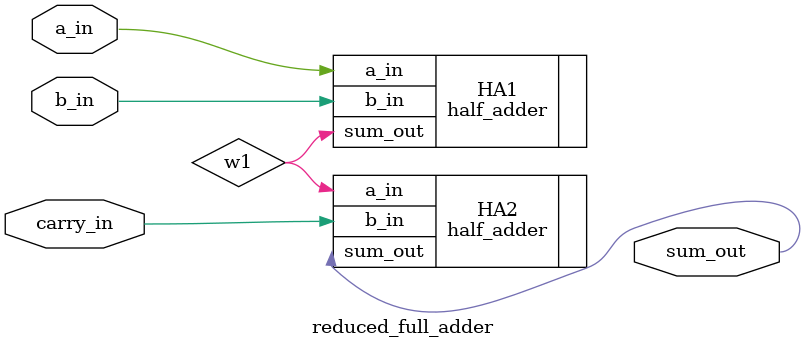
<source format=v>
`timescale 1ns / 1ps
module reduced_full_adder(sum_out,a_in,b_in,carry_in);
    output sum_out;
    input a_in,b_in,carry_in;
    wire w1;
    
    half_adder HA1(.sum_out(w1),.a_in(a_in),.b_in(b_in));
    half_adder HA2(.sum_out(sum_out),.a_in(w1),.b_in(carry_in));
endmodule

</source>
